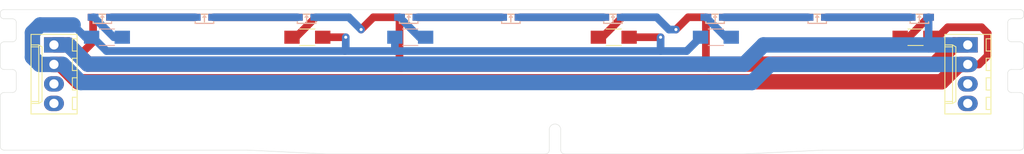
<source format=kicad_pcb>
(kicad_pcb (version 20171130) (host pcbnew "(5.1.6)-1")

  (general
    (thickness 1.2)
    (drawings 50)
    (tracks 100)
    (zones 0)
    (modules 26)
    (nets 21)
  )

  (page A4)
  (layers
    (0 F.Cu signal)
    (31 B.Cu signal)
    (36 B.SilkS user)
    (37 F.SilkS user)
    (38 B.Mask user)
    (39 F.Mask user)
    (44 Edge.Cuts user)
    (45 Margin user)
    (46 B.CrtYd user)
    (47 F.CrtYd user)
    (48 B.Fab user)
    (49 F.Fab user)
  )

  (setup
    (last_trace_width 1)
    (user_trace_width 0.5)
    (user_trace_width 1)
    (user_trace_width 2)
    (trace_clearance 0.2)
    (zone_clearance 0.508)
    (zone_45_only no)
    (trace_min 0.2)
    (via_size 0.8)
    (via_drill 0.4)
    (via_min_size 0.4)
    (via_min_drill 0.3)
    (uvia_size 0.3)
    (uvia_drill 0.1)
    (uvias_allowed no)
    (uvia_min_size 0.2)
    (uvia_min_drill 0.1)
    (edge_width 0.05)
    (segment_width 0.2)
    (pcb_text_width 0.3)
    (pcb_text_size 1.5 1.5)
    (mod_edge_width 0.12)
    (mod_text_size 1 1)
    (mod_text_width 0.15)
    (pad_size 1.524 1.524)
    (pad_drill 0.762)
    (pad_to_mask_clearance 0.05)
    (aux_axis_origin 0 0)
    (visible_elements 7FFFFFFF)
    (pcbplotparams
      (layerselection 0x010f0_ffffffff)
      (usegerberextensions false)
      (usegerberattributes false)
      (usegerberadvancedattributes false)
      (creategerberjobfile false)
      (excludeedgelayer true)
      (linewidth 0.100000)
      (plotframeref false)
      (viasonmask false)
      (mode 1)
      (useauxorigin false)
      (hpglpennumber 1)
      (hpglpenspeed 20)
      (hpglpendiameter 15.000000)
      (psnegative false)
      (psa4output false)
      (plotreference false)
      (plotvalue false)
      (plotinvisibletext false)
      (padsonsilk false)
      (subtractmaskfromsilk false)
      (outputformat 1)
      (mirror false)
      (drillshape 0)
      (scaleselection 1)
      (outputdirectory "gerbers/"))
  )

  (net 0 "")
  (net 1 "Net-(D1-Pad1)")
  (net 2 +12V)
  (net 3 "Net-(D2-Pad1)")
  (net 4 "Net-(D3-Pad1)")
  (net 5 "Net-(D4-Pad1)")
  (net 6 "Net-(D5-Pad1)")
  (net 7 "Net-(D6-Pad1)")
  (net 8 "Net-(D7-Pad1)")
  (net 9 "Net-(D8-Pad1)")
  (net 10 "Net-(D9-Pad1)")
  (net 11 "Net-(D10-Pad1)")
  (net 12 "Net-(D11-Pad1)")
  (net 13 "Net-(D12-Pad1)")
  (net 14 "Net-(D13-Pad1)")
  (net 15 "Net-(D14-Pad1)")
  (net 16 "Net-(D15-Pad1)")
  (net 17 "Net-(D16-Pad1)")
  (net 18 "Net-(D17-Pad1)")
  (net 19 "Net-(D18-Pad1)")
  (net 20 "Net-(J1-Pad2)")

  (net_class Default "This is the default net class."
    (clearance 0.2)
    (trace_width 0.25)
    (via_dia 0.8)
    (via_drill 0.4)
    (uvia_dia 0.3)
    (uvia_drill 0.1)
    (add_net +12V)
    (add_net "Net-(D1-Pad1)")
    (add_net "Net-(D10-Pad1)")
    (add_net "Net-(D11-Pad1)")
    (add_net "Net-(D12-Pad1)")
    (add_net "Net-(D13-Pad1)")
    (add_net "Net-(D14-Pad1)")
    (add_net "Net-(D15-Pad1)")
    (add_net "Net-(D16-Pad1)")
    (add_net "Net-(D17-Pad1)")
    (add_net "Net-(D18-Pad1)")
    (add_net "Net-(D2-Pad1)")
    (add_net "Net-(D3-Pad1)")
    (add_net "Net-(D4-Pad1)")
    (add_net "Net-(D5-Pad1)")
    (add_net "Net-(D6-Pad1)")
    (add_net "Net-(D7-Pad1)")
    (add_net "Net-(D8-Pad1)")
    (add_net "Net-(D9-Pad1)")
    (add_net "Net-(J1-Pad2)")
  )

  (module OVS_2101:OVS_2101 (layer B.Cu) (tedit 5F6637B8) (tstamp 5F3001C3)
    (at 103.3 93.4)
    (path /5F308EE1)
    (fp_text reference D18 (at 3.7 0) (layer B.SilkS) hide
      (effects (font (size 1 1) (thickness 0.15)) (justify mirror))
    )
    (fp_text value LED (at 0.2 -1.4) (layer B.Fab)
      (effects (font (size 1 1) (thickness 0.15)) (justify mirror))
    )
    (fp_line (start 0 -0.2) (end 0.2 0) (layer B.SilkS) (width 0.15))
    (fp_line (start 0 -0.2) (end -0.2 0) (layer B.SilkS) (width 0.15))
    (fp_line (start 0 0.6) (end 0 -0.2) (layer B.SilkS) (width 0.15))
    (fp_line (start -0.4 -0.4) (end 0.4 -0.4) (layer B.SilkS) (width 0.15))
    (fp_line (start 1.2 0.8) (end 1.2 0.6) (layer B.SilkS) (width 0.15))
    (fp_line (start -1.2 0.8) (end 1.2 0.8) (layer B.SilkS) (width 0.15))
    (fp_line (start -1.2 0.8) (end -1.2 0.6) (layer B.SilkS) (width 0.15))
    (fp_line (start 0 -0.2) (end 0.2 0) (layer B.Fab) (width 0.12))
    (fp_line (start 0 -0.2) (end -0.2 0) (layer B.Fab) (width 0.12))
    (fp_line (start 0 0.6) (end 0 -0.2) (layer B.Fab) (width 0.12))
    (fp_line (start -1.2 0.8) (end -1.2 -0.4) (layer B.Fab) (width 0.12))
    (fp_line (start 1.2 0.8) (end -1.2 0.8) (layer B.Fab) (width 0.12))
    (fp_line (start 1.2 -0.4) (end 1.2 0.8) (layer B.Fab) (width 0.12))
    (fp_line (start -1.2 -0.4) (end 1.2 -0.4) (layer B.Fab) (width 0.12))
    (pad 2 smd rect (at 1.2 0) (size 1.4 0.9) (layers B.Cu B.Paste B.Mask)
      (net 18 "Net-(D17-Pad1)"))
    (pad 1 smd rect (at -1.2 0) (size 1.4 0.9) (layers B.Cu B.Paste B.Mask)
      (net 19 "Net-(D18-Pad1)"))
  )

  (module OVS_2101:OVS_2101 (layer B.Cu) (tedit 5F6637B8) (tstamp 5F3001AE)
    (at 116.6 93.4)
    (path /5F308B6C)
    (fp_text reference D17 (at 0.1 1.7) (layer B.SilkS) hide
      (effects (font (size 1 1) (thickness 0.15)) (justify mirror))
    )
    (fp_text value LED (at 0.2 -1.4) (layer B.Fab)
      (effects (font (size 1 1) (thickness 0.15)) (justify mirror))
    )
    (fp_line (start 0 -0.2) (end 0.2 0) (layer B.SilkS) (width 0.15))
    (fp_line (start 0 -0.2) (end -0.2 0) (layer B.SilkS) (width 0.15))
    (fp_line (start 0 0.6) (end 0 -0.2) (layer B.SilkS) (width 0.15))
    (fp_line (start -0.4 -0.4) (end 0.4 -0.4) (layer B.SilkS) (width 0.15))
    (fp_line (start 1.2 0.8) (end 1.2 0.6) (layer B.SilkS) (width 0.15))
    (fp_line (start -1.2 0.8) (end 1.2 0.8) (layer B.SilkS) (width 0.15))
    (fp_line (start -1.2 0.8) (end -1.2 0.6) (layer B.SilkS) (width 0.15))
    (fp_line (start 0 -0.2) (end 0.2 0) (layer B.Fab) (width 0.12))
    (fp_line (start 0 -0.2) (end -0.2 0) (layer B.Fab) (width 0.12))
    (fp_line (start 0 0.6) (end 0 -0.2) (layer B.Fab) (width 0.12))
    (fp_line (start -1.2 0.8) (end -1.2 -0.4) (layer B.Fab) (width 0.12))
    (fp_line (start 1.2 0.8) (end -1.2 0.8) (layer B.Fab) (width 0.12))
    (fp_line (start 1.2 -0.4) (end 1.2 0.8) (layer B.Fab) (width 0.12))
    (fp_line (start -1.2 -0.4) (end 1.2 -0.4) (layer B.Fab) (width 0.12))
    (pad 2 smd rect (at 1.2 0) (size 1.4 0.9) (layers B.Cu B.Paste B.Mask)
      (net 17 "Net-(D16-Pad1)"))
    (pad 1 smd rect (at -1.2 0) (size 1.4 0.9) (layers B.Cu B.Paste B.Mask)
      (net 18 "Net-(D17-Pad1)"))
  )

  (module OVS_2101:OVS_2101 (layer B.Cu) (tedit 5F6637B8) (tstamp 5F300199)
    (at 129.9 93.4)
    (path /5F308691)
    (fp_text reference D16 (at 0.1 1.7) (layer B.SilkS) hide
      (effects (font (size 1 1) (thickness 0.15)) (justify mirror))
    )
    (fp_text value LED (at 0.2 -1.4) (layer B.Fab)
      (effects (font (size 1 1) (thickness 0.15)) (justify mirror))
    )
    (fp_line (start 0 -0.2) (end 0.2 0) (layer B.SilkS) (width 0.15))
    (fp_line (start 0 -0.2) (end -0.2 0) (layer B.SilkS) (width 0.15))
    (fp_line (start 0 0.6) (end 0 -0.2) (layer B.SilkS) (width 0.15))
    (fp_line (start -0.4 -0.4) (end 0.4 -0.4) (layer B.SilkS) (width 0.15))
    (fp_line (start 1.2 0.8) (end 1.2 0.6) (layer B.SilkS) (width 0.15))
    (fp_line (start -1.2 0.8) (end 1.2 0.8) (layer B.SilkS) (width 0.15))
    (fp_line (start -1.2 0.8) (end -1.2 0.6) (layer B.SilkS) (width 0.15))
    (fp_line (start 0 -0.2) (end 0.2 0) (layer B.Fab) (width 0.12))
    (fp_line (start 0 -0.2) (end -0.2 0) (layer B.Fab) (width 0.12))
    (fp_line (start 0 0.6) (end 0 -0.2) (layer B.Fab) (width 0.12))
    (fp_line (start -1.2 0.8) (end -1.2 -0.4) (layer B.Fab) (width 0.12))
    (fp_line (start 1.2 0.8) (end -1.2 0.8) (layer B.Fab) (width 0.12))
    (fp_line (start 1.2 -0.4) (end 1.2 0.8) (layer B.Fab) (width 0.12))
    (fp_line (start -1.2 -0.4) (end 1.2 -0.4) (layer B.Fab) (width 0.12))
    (pad 2 smd rect (at 1.2 0) (size 1.4 0.9) (layers B.Cu B.Paste B.Mask)
      (net 2 +12V))
    (pad 1 smd rect (at -1.2 0) (size 1.4 0.9) (layers B.Cu B.Paste B.Mask)
      (net 17 "Net-(D16-Pad1)"))
  )

  (module OVS_2101:OVS_2101 (layer B.Cu) (tedit 5F6637B8) (tstamp 5F300184)
    (at 143.2 93.4)
    (path /5F308176)
    (fp_text reference D15 (at 0.1 1.7) (layer B.SilkS) hide
      (effects (font (size 1 1) (thickness 0.15)) (justify mirror))
    )
    (fp_text value LED (at 0.2 -1.4) (layer B.Fab)
      (effects (font (size 1 1) (thickness 0.15)) (justify mirror))
    )
    (fp_line (start 0 -0.2) (end 0.2 0) (layer B.SilkS) (width 0.15))
    (fp_line (start 0 -0.2) (end -0.2 0) (layer B.SilkS) (width 0.15))
    (fp_line (start 0 0.6) (end 0 -0.2) (layer B.SilkS) (width 0.15))
    (fp_line (start -0.4 -0.4) (end 0.4 -0.4) (layer B.SilkS) (width 0.15))
    (fp_line (start 1.2 0.8) (end 1.2 0.6) (layer B.SilkS) (width 0.15))
    (fp_line (start -1.2 0.8) (end 1.2 0.8) (layer B.SilkS) (width 0.15))
    (fp_line (start -1.2 0.8) (end -1.2 0.6) (layer B.SilkS) (width 0.15))
    (fp_line (start 0 -0.2) (end 0.2 0) (layer B.Fab) (width 0.12))
    (fp_line (start 0 -0.2) (end -0.2 0) (layer B.Fab) (width 0.12))
    (fp_line (start 0 0.6) (end 0 -0.2) (layer B.Fab) (width 0.12))
    (fp_line (start -1.2 0.8) (end -1.2 -0.4) (layer B.Fab) (width 0.12))
    (fp_line (start 1.2 0.8) (end -1.2 0.8) (layer B.Fab) (width 0.12))
    (fp_line (start 1.2 -0.4) (end 1.2 0.8) (layer B.Fab) (width 0.12))
    (fp_line (start -1.2 -0.4) (end 1.2 -0.4) (layer B.Fab) (width 0.12))
    (pad 2 smd rect (at 1.2 0) (size 1.4 0.9) (layers B.Cu B.Paste B.Mask)
      (net 15 "Net-(D14-Pad1)"))
    (pad 1 smd rect (at -1.2 0) (size 1.4 0.9) (layers B.Cu B.Paste B.Mask)
      (net 16 "Net-(D15-Pad1)"))
  )

  (module OVS_2101:OVS_2101 (layer B.Cu) (tedit 5F6637B8) (tstamp 5F30016F)
    (at 156.5 93.4)
    (path /5F307D49)
    (fp_text reference D14 (at 0.1 1.7) (layer B.SilkS) hide
      (effects (font (size 1 1) (thickness 0.15)) (justify mirror))
    )
    (fp_text value LED (at 0.2 -1.4) (layer B.Fab)
      (effects (font (size 1 1) (thickness 0.15)) (justify mirror))
    )
    (fp_line (start 0 -0.2) (end 0.2 0) (layer B.SilkS) (width 0.15))
    (fp_line (start 0 -0.2) (end -0.2 0) (layer B.SilkS) (width 0.15))
    (fp_line (start 0 0.6) (end 0 -0.2) (layer B.SilkS) (width 0.15))
    (fp_line (start -0.4 -0.4) (end 0.4 -0.4) (layer B.SilkS) (width 0.15))
    (fp_line (start 1.2 0.8) (end 1.2 0.6) (layer B.SilkS) (width 0.15))
    (fp_line (start -1.2 0.8) (end 1.2 0.8) (layer B.SilkS) (width 0.15))
    (fp_line (start -1.2 0.8) (end -1.2 0.6) (layer B.SilkS) (width 0.15))
    (fp_line (start 0 -0.2) (end 0.2 0) (layer B.Fab) (width 0.12))
    (fp_line (start 0 -0.2) (end -0.2 0) (layer B.Fab) (width 0.12))
    (fp_line (start 0 0.6) (end 0 -0.2) (layer B.Fab) (width 0.12))
    (fp_line (start -1.2 0.8) (end -1.2 -0.4) (layer B.Fab) (width 0.12))
    (fp_line (start 1.2 0.8) (end -1.2 0.8) (layer B.Fab) (width 0.12))
    (fp_line (start 1.2 -0.4) (end 1.2 0.8) (layer B.Fab) (width 0.12))
    (fp_line (start -1.2 -0.4) (end 1.2 -0.4) (layer B.Fab) (width 0.12))
    (pad 2 smd rect (at 1.2 0) (size 1.4 0.9) (layers B.Cu B.Paste B.Mask)
      (net 14 "Net-(D13-Pad1)"))
    (pad 1 smd rect (at -1.2 0) (size 1.4 0.9) (layers B.Cu B.Paste B.Mask)
      (net 15 "Net-(D14-Pad1)"))
  )

  (module OVS_2101:OVS_2101 (layer B.Cu) (tedit 5F6637B8) (tstamp 5F30015A)
    (at 169.8 93.4)
    (path /5F30797C)
    (fp_text reference D13 (at 0.1 1.7) (layer B.SilkS) hide
      (effects (font (size 1 1) (thickness 0.15)) (justify mirror))
    )
    (fp_text value LED (at 0.2 -1.4) (layer B.Fab)
      (effects (font (size 1 1) (thickness 0.15)) (justify mirror))
    )
    (fp_line (start 0 -0.2) (end 0.2 0) (layer B.SilkS) (width 0.15))
    (fp_line (start 0 -0.2) (end -0.2 0) (layer B.SilkS) (width 0.15))
    (fp_line (start 0 0.6) (end 0 -0.2) (layer B.SilkS) (width 0.15))
    (fp_line (start -0.4 -0.4) (end 0.4 -0.4) (layer B.SilkS) (width 0.15))
    (fp_line (start 1.2 0.8) (end 1.2 0.6) (layer B.SilkS) (width 0.15))
    (fp_line (start -1.2 0.8) (end 1.2 0.8) (layer B.SilkS) (width 0.15))
    (fp_line (start -1.2 0.8) (end -1.2 0.6) (layer B.SilkS) (width 0.15))
    (fp_line (start 0 -0.2) (end 0.2 0) (layer B.Fab) (width 0.12))
    (fp_line (start 0 -0.2) (end -0.2 0) (layer B.Fab) (width 0.12))
    (fp_line (start 0 0.6) (end 0 -0.2) (layer B.Fab) (width 0.12))
    (fp_line (start -1.2 0.8) (end -1.2 -0.4) (layer B.Fab) (width 0.12))
    (fp_line (start 1.2 0.8) (end -1.2 0.8) (layer B.Fab) (width 0.12))
    (fp_line (start 1.2 -0.4) (end 1.2 0.8) (layer B.Fab) (width 0.12))
    (fp_line (start -1.2 -0.4) (end 1.2 -0.4) (layer B.Fab) (width 0.12))
    (pad 2 smd rect (at 1.2 0) (size 1.4 0.9) (layers B.Cu B.Paste B.Mask)
      (net 2 +12V))
    (pad 1 smd rect (at -1.2 0) (size 1.4 0.9) (layers B.Cu B.Paste B.Mask)
      (net 14 "Net-(D13-Pad1)"))
  )

  (module OVS_2101:OVS_2101 (layer B.Cu) (tedit 5F6637B8) (tstamp 5F300145)
    (at 183.1 93.4)
    (path /5F307677)
    (fp_text reference D12 (at 0.1 1.7) (layer B.SilkS) hide
      (effects (font (size 1 1) (thickness 0.15)) (justify mirror))
    )
    (fp_text value LED (at 0.2 -1.4) (layer B.Fab)
      (effects (font (size 1 1) (thickness 0.15)) (justify mirror))
    )
    (fp_line (start 0 -0.2) (end 0.2 0) (layer B.SilkS) (width 0.15))
    (fp_line (start 0 -0.2) (end -0.2 0) (layer B.SilkS) (width 0.15))
    (fp_line (start 0 0.6) (end 0 -0.2) (layer B.SilkS) (width 0.15))
    (fp_line (start -0.4 -0.4) (end 0.4 -0.4) (layer B.SilkS) (width 0.15))
    (fp_line (start 1.2 0.8) (end 1.2 0.6) (layer B.SilkS) (width 0.15))
    (fp_line (start -1.2 0.8) (end 1.2 0.8) (layer B.SilkS) (width 0.15))
    (fp_line (start -1.2 0.8) (end -1.2 0.6) (layer B.SilkS) (width 0.15))
    (fp_line (start 0 -0.2) (end 0.2 0) (layer B.Fab) (width 0.12))
    (fp_line (start 0 -0.2) (end -0.2 0) (layer B.Fab) (width 0.12))
    (fp_line (start 0 0.6) (end 0 -0.2) (layer B.Fab) (width 0.12))
    (fp_line (start -1.2 0.8) (end -1.2 -0.4) (layer B.Fab) (width 0.12))
    (fp_line (start 1.2 0.8) (end -1.2 0.8) (layer B.Fab) (width 0.12))
    (fp_line (start 1.2 -0.4) (end 1.2 0.8) (layer B.Fab) (width 0.12))
    (fp_line (start -1.2 -0.4) (end 1.2 -0.4) (layer B.Fab) (width 0.12))
    (pad 2 smd rect (at 1.2 0) (size 1.4 0.9) (layers B.Cu B.Paste B.Mask)
      (net 12 "Net-(D11-Pad1)"))
    (pad 1 smd rect (at -1.2 0) (size 1.4 0.9) (layers B.Cu B.Paste B.Mask)
      (net 13 "Net-(D12-Pad1)"))
  )

  (module OVS_2101:OVS_2101 (layer B.Cu) (tedit 5F6637B8) (tstamp 5F300130)
    (at 196.4 93.4)
    (path /5F307429)
    (fp_text reference D11 (at 0.1 1.7) (layer B.SilkS) hide
      (effects (font (size 1 1) (thickness 0.15)) (justify mirror))
    )
    (fp_text value LED (at 0.2 -1.4) (layer B.Fab)
      (effects (font (size 1 1) (thickness 0.15)) (justify mirror))
    )
    (fp_line (start 0 -0.2) (end 0.2 0) (layer B.SilkS) (width 0.15))
    (fp_line (start 0 -0.2) (end -0.2 0) (layer B.SilkS) (width 0.15))
    (fp_line (start 0 0.6) (end 0 -0.2) (layer B.SilkS) (width 0.15))
    (fp_line (start -0.4 -0.4) (end 0.4 -0.4) (layer B.SilkS) (width 0.15))
    (fp_line (start 1.2 0.8) (end 1.2 0.6) (layer B.SilkS) (width 0.15))
    (fp_line (start -1.2 0.8) (end 1.2 0.8) (layer B.SilkS) (width 0.15))
    (fp_line (start -1.2 0.8) (end -1.2 0.6) (layer B.SilkS) (width 0.15))
    (fp_line (start 0 -0.2) (end 0.2 0) (layer B.Fab) (width 0.12))
    (fp_line (start 0 -0.2) (end -0.2 0) (layer B.Fab) (width 0.12))
    (fp_line (start 0 0.6) (end 0 -0.2) (layer B.Fab) (width 0.12))
    (fp_line (start -1.2 0.8) (end -1.2 -0.4) (layer B.Fab) (width 0.12))
    (fp_line (start 1.2 0.8) (end -1.2 0.8) (layer B.Fab) (width 0.12))
    (fp_line (start 1.2 -0.4) (end 1.2 0.8) (layer B.Fab) (width 0.12))
    (fp_line (start -1.2 -0.4) (end 1.2 -0.4) (layer B.Fab) (width 0.12))
    (pad 2 smd rect (at 1.2 0) (size 1.4 0.9) (layers B.Cu B.Paste B.Mask)
      (net 11 "Net-(D10-Pad1)"))
    (pad 1 smd rect (at -1.2 0) (size 1.4 0.9) (layers B.Cu B.Paste B.Mask)
      (net 12 "Net-(D11-Pad1)"))
  )

  (module OVS_2101:OVS_2101 (layer B.Cu) (tedit 5F6637B8) (tstamp 5F30011B)
    (at 209.7 93.4)
    (path /5F30703F)
    (fp_text reference D10 (at 0.1 1.7) (layer B.SilkS) hide
      (effects (font (size 1 1) (thickness 0.15)) (justify mirror))
    )
    (fp_text value LED (at 0.2 -1.4) (layer B.Fab)
      (effects (font (size 1 1) (thickness 0.15)) (justify mirror))
    )
    (fp_line (start 0 -0.2) (end 0.2 0) (layer B.SilkS) (width 0.15))
    (fp_line (start 0 -0.2) (end -0.2 0) (layer B.SilkS) (width 0.15))
    (fp_line (start 0 0.6) (end 0 -0.2) (layer B.SilkS) (width 0.15))
    (fp_line (start -0.4 -0.4) (end 0.4 -0.4) (layer B.SilkS) (width 0.15))
    (fp_line (start 1.2 0.8) (end 1.2 0.6) (layer B.SilkS) (width 0.15))
    (fp_line (start -1.2 0.8) (end 1.2 0.8) (layer B.SilkS) (width 0.15))
    (fp_line (start -1.2 0.8) (end -1.2 0.6) (layer B.SilkS) (width 0.15))
    (fp_line (start 0 -0.2) (end 0.2 0) (layer B.Fab) (width 0.12))
    (fp_line (start 0 -0.2) (end -0.2 0) (layer B.Fab) (width 0.12))
    (fp_line (start 0 0.6) (end 0 -0.2) (layer B.Fab) (width 0.12))
    (fp_line (start -1.2 0.8) (end -1.2 -0.4) (layer B.Fab) (width 0.12))
    (fp_line (start 1.2 0.8) (end -1.2 0.8) (layer B.Fab) (width 0.12))
    (fp_line (start 1.2 -0.4) (end 1.2 0.8) (layer B.Fab) (width 0.12))
    (fp_line (start -1.2 -0.4) (end 1.2 -0.4) (layer B.Fab) (width 0.12))
    (pad 2 smd rect (at 1.2 0) (size 1.4 0.9) (layers B.Cu B.Paste B.Mask)
      (net 2 +12V))
    (pad 1 smd rect (at -1.2 0) (size 1.4 0.9) (layers B.Cu B.Paste B.Mask)
      (net 11 "Net-(D10-Pad1)"))
  )

  (module OVS_2101:OVS_2101 (layer F.Cu) (tedit 5F6637B8) (tstamp 5F300106)
    (at 209.7 93.4 180)
    (path /5F306D21)
    (fp_text reference D9 (at 0.1 -1.7) (layer F.SilkS) hide
      (effects (font (size 1 1) (thickness 0.15)))
    )
    (fp_text value LED (at 0.2 1.4) (layer F.Fab)
      (effects (font (size 1 1) (thickness 0.15)))
    )
    (fp_line (start 0 0.2) (end 0.2 0) (layer F.SilkS) (width 0.15))
    (fp_line (start 0 0.2) (end -0.2 0) (layer F.SilkS) (width 0.15))
    (fp_line (start 0 -0.6) (end 0 0.2) (layer F.SilkS) (width 0.15))
    (fp_line (start -0.4 0.4) (end 0.4 0.4) (layer F.SilkS) (width 0.15))
    (fp_line (start 1.2 -0.8) (end 1.2 -0.6) (layer F.SilkS) (width 0.15))
    (fp_line (start -1.2 -0.8) (end 1.2 -0.8) (layer F.SilkS) (width 0.15))
    (fp_line (start -1.2 -0.8) (end -1.2 -0.6) (layer F.SilkS) (width 0.15))
    (fp_line (start 0 0.2) (end 0.2 0) (layer F.Fab) (width 0.12))
    (fp_line (start 0 0.2) (end -0.2 0) (layer F.Fab) (width 0.12))
    (fp_line (start 0 -0.6) (end 0 0.2) (layer F.Fab) (width 0.12))
    (fp_line (start -1.2 -0.8) (end -1.2 0.4) (layer F.Fab) (width 0.12))
    (fp_line (start 1.2 -0.8) (end -1.2 -0.8) (layer F.Fab) (width 0.12))
    (fp_line (start 1.2 0.4) (end 1.2 -0.8) (layer F.Fab) (width 0.12))
    (fp_line (start -1.2 0.4) (end 1.2 0.4) (layer F.Fab) (width 0.12))
    (pad 2 smd rect (at 1.2 0 180) (size 1.4 0.9) (layers F.Cu F.Paste F.Mask)
      (net 9 "Net-(D8-Pad1)"))
    (pad 1 smd rect (at -1.2 0 180) (size 1.4 0.9) (layers F.Cu F.Paste F.Mask)
      (net 10 "Net-(D9-Pad1)"))
  )

  (module OVS_2101:OVS_2101 (layer F.Cu) (tedit 5F6637B8) (tstamp 5F3000F1)
    (at 196.4 93.4 180)
    (path /5F306946)
    (fp_text reference D8 (at 0.1 -1.7) (layer F.SilkS) hide
      (effects (font (size 1 1) (thickness 0.15)))
    )
    (fp_text value LED (at 0.2 1.4) (layer F.Fab)
      (effects (font (size 1 1) (thickness 0.15)))
    )
    (fp_line (start 0 0.2) (end 0.2 0) (layer F.SilkS) (width 0.15))
    (fp_line (start 0 0.2) (end -0.2 0) (layer F.SilkS) (width 0.15))
    (fp_line (start 0 -0.6) (end 0 0.2) (layer F.SilkS) (width 0.15))
    (fp_line (start -0.4 0.4) (end 0.4 0.4) (layer F.SilkS) (width 0.15))
    (fp_line (start 1.2 -0.8) (end 1.2 -0.6) (layer F.SilkS) (width 0.15))
    (fp_line (start -1.2 -0.8) (end 1.2 -0.8) (layer F.SilkS) (width 0.15))
    (fp_line (start -1.2 -0.8) (end -1.2 -0.6) (layer F.SilkS) (width 0.15))
    (fp_line (start 0 0.2) (end 0.2 0) (layer F.Fab) (width 0.12))
    (fp_line (start 0 0.2) (end -0.2 0) (layer F.Fab) (width 0.12))
    (fp_line (start 0 -0.6) (end 0 0.2) (layer F.Fab) (width 0.12))
    (fp_line (start -1.2 -0.8) (end -1.2 0.4) (layer F.Fab) (width 0.12))
    (fp_line (start 1.2 -0.8) (end -1.2 -0.8) (layer F.Fab) (width 0.12))
    (fp_line (start 1.2 0.4) (end 1.2 -0.8) (layer F.Fab) (width 0.12))
    (fp_line (start -1.2 0.4) (end 1.2 0.4) (layer F.Fab) (width 0.12))
    (pad 2 smd rect (at 1.2 0 180) (size 1.4 0.9) (layers F.Cu F.Paste F.Mask)
      (net 8 "Net-(D7-Pad1)"))
    (pad 1 smd rect (at -1.2 0 180) (size 1.4 0.9) (layers F.Cu F.Paste F.Mask)
      (net 9 "Net-(D8-Pad1)"))
  )

  (module OVS_2101:OVS_2101 (layer F.Cu) (tedit 5F6637B8) (tstamp 5F3000DC)
    (at 183.1 93.4 180)
    (path /5F3064D1)
    (fp_text reference D7 (at 0.1 -1.7) (layer F.SilkS) hide
      (effects (font (size 1 1) (thickness 0.15)))
    )
    (fp_text value LED (at 0.2 1.4) (layer F.Fab)
      (effects (font (size 1 1) (thickness 0.15)))
    )
    (fp_line (start 0 0.2) (end 0.2 0) (layer F.SilkS) (width 0.15))
    (fp_line (start 0 0.2) (end -0.2 0) (layer F.SilkS) (width 0.15))
    (fp_line (start 0 -0.6) (end 0 0.2) (layer F.SilkS) (width 0.15))
    (fp_line (start -0.4 0.4) (end 0.4 0.4) (layer F.SilkS) (width 0.15))
    (fp_line (start 1.2 -0.8) (end 1.2 -0.6) (layer F.SilkS) (width 0.15))
    (fp_line (start -1.2 -0.8) (end 1.2 -0.8) (layer F.SilkS) (width 0.15))
    (fp_line (start -1.2 -0.8) (end -1.2 -0.6) (layer F.SilkS) (width 0.15))
    (fp_line (start 0 0.2) (end 0.2 0) (layer F.Fab) (width 0.12))
    (fp_line (start 0 0.2) (end -0.2 0) (layer F.Fab) (width 0.12))
    (fp_line (start 0 -0.6) (end 0 0.2) (layer F.Fab) (width 0.12))
    (fp_line (start -1.2 -0.8) (end -1.2 0.4) (layer F.Fab) (width 0.12))
    (fp_line (start 1.2 -0.8) (end -1.2 -0.8) (layer F.Fab) (width 0.12))
    (fp_line (start 1.2 0.4) (end 1.2 -0.8) (layer F.Fab) (width 0.12))
    (fp_line (start -1.2 0.4) (end 1.2 0.4) (layer F.Fab) (width 0.12))
    (pad 2 smd rect (at 1.2 0 180) (size 1.4 0.9) (layers F.Cu F.Paste F.Mask)
      (net 2 +12V))
    (pad 1 smd rect (at -1.2 0 180) (size 1.4 0.9) (layers F.Cu F.Paste F.Mask)
      (net 8 "Net-(D7-Pad1)"))
  )

  (module OVS_2101:OVS_2101 (layer F.Cu) (tedit 5F6637B8) (tstamp 5F3000C7)
    (at 169.8 93.4 180)
    (path /5F30609A)
    (fp_text reference D6 (at 0.1 -1.7) (layer F.SilkS) hide
      (effects (font (size 1 1) (thickness 0.15)))
    )
    (fp_text value LED (at 0.2 1.4) (layer F.Fab)
      (effects (font (size 1 1) (thickness 0.15)))
    )
    (fp_line (start 0 0.2) (end 0.2 0) (layer F.SilkS) (width 0.15))
    (fp_line (start 0 0.2) (end -0.2 0) (layer F.SilkS) (width 0.15))
    (fp_line (start 0 -0.6) (end 0 0.2) (layer F.SilkS) (width 0.15))
    (fp_line (start -0.4 0.4) (end 0.4 0.4) (layer F.SilkS) (width 0.15))
    (fp_line (start 1.2 -0.8) (end 1.2 -0.6) (layer F.SilkS) (width 0.15))
    (fp_line (start -1.2 -0.8) (end 1.2 -0.8) (layer F.SilkS) (width 0.15))
    (fp_line (start -1.2 -0.8) (end -1.2 -0.6) (layer F.SilkS) (width 0.15))
    (fp_line (start 0 0.2) (end 0.2 0) (layer F.Fab) (width 0.12))
    (fp_line (start 0 0.2) (end -0.2 0) (layer F.Fab) (width 0.12))
    (fp_line (start 0 -0.6) (end 0 0.2) (layer F.Fab) (width 0.12))
    (fp_line (start -1.2 -0.8) (end -1.2 0.4) (layer F.Fab) (width 0.12))
    (fp_line (start 1.2 -0.8) (end -1.2 -0.8) (layer F.Fab) (width 0.12))
    (fp_line (start 1.2 0.4) (end 1.2 -0.8) (layer F.Fab) (width 0.12))
    (fp_line (start -1.2 0.4) (end 1.2 0.4) (layer F.Fab) (width 0.12))
    (pad 2 smd rect (at 1.2 0 180) (size 1.4 0.9) (layers F.Cu F.Paste F.Mask)
      (net 6 "Net-(D5-Pad1)"))
    (pad 1 smd rect (at -1.2 0 180) (size 1.4 0.9) (layers F.Cu F.Paste F.Mask)
      (net 7 "Net-(D6-Pad1)"))
  )

  (module OVS_2101:OVS_2101 (layer F.Cu) (tedit 5F6637B8) (tstamp 5F3000B2)
    (at 156.5 93.4 180)
    (path /5F305D05)
    (fp_text reference D5 (at 0.1 -1.7) (layer F.SilkS) hide
      (effects (font (size 1 1) (thickness 0.15)))
    )
    (fp_text value LED (at 0.2 1.4) (layer F.Fab)
      (effects (font (size 1 1) (thickness 0.15)))
    )
    (fp_line (start 0 0.2) (end 0.2 0) (layer F.SilkS) (width 0.15))
    (fp_line (start 0 0.2) (end -0.2 0) (layer F.SilkS) (width 0.15))
    (fp_line (start 0 -0.6) (end 0 0.2) (layer F.SilkS) (width 0.15))
    (fp_line (start -0.4 0.4) (end 0.4 0.4) (layer F.SilkS) (width 0.15))
    (fp_line (start 1.2 -0.8) (end 1.2 -0.6) (layer F.SilkS) (width 0.15))
    (fp_line (start -1.2 -0.8) (end 1.2 -0.8) (layer F.SilkS) (width 0.15))
    (fp_line (start -1.2 -0.8) (end -1.2 -0.6) (layer F.SilkS) (width 0.15))
    (fp_line (start 0 0.2) (end 0.2 0) (layer F.Fab) (width 0.12))
    (fp_line (start 0 0.2) (end -0.2 0) (layer F.Fab) (width 0.12))
    (fp_line (start 0 -0.6) (end 0 0.2) (layer F.Fab) (width 0.12))
    (fp_line (start -1.2 -0.8) (end -1.2 0.4) (layer F.Fab) (width 0.12))
    (fp_line (start 1.2 -0.8) (end -1.2 -0.8) (layer F.Fab) (width 0.12))
    (fp_line (start 1.2 0.4) (end 1.2 -0.8) (layer F.Fab) (width 0.12))
    (fp_line (start -1.2 0.4) (end 1.2 0.4) (layer F.Fab) (width 0.12))
    (pad 2 smd rect (at 1.2 0 180) (size 1.4 0.9) (layers F.Cu F.Paste F.Mask)
      (net 5 "Net-(D4-Pad1)"))
    (pad 1 smd rect (at -1.2 0 180) (size 1.4 0.9) (layers F.Cu F.Paste F.Mask)
      (net 6 "Net-(D5-Pad1)"))
  )

  (module OVS_2101:OVS_2101 (layer F.Cu) (tedit 5F6637B8) (tstamp 5F30009D)
    (at 143.2 93.4 180)
    (path /5F305864)
    (fp_text reference D4 (at 0.1 -1.7) (layer F.SilkS) hide
      (effects (font (size 1 1) (thickness 0.15)))
    )
    (fp_text value LED (at 0.2 1.4) (layer F.Fab)
      (effects (font (size 1 1) (thickness 0.15)))
    )
    (fp_line (start 0 0.2) (end 0.2 0) (layer F.SilkS) (width 0.15))
    (fp_line (start 0 0.2) (end -0.2 0) (layer F.SilkS) (width 0.15))
    (fp_line (start 0 -0.6) (end 0 0.2) (layer F.SilkS) (width 0.15))
    (fp_line (start -0.4 0.4) (end 0.4 0.4) (layer F.SilkS) (width 0.15))
    (fp_line (start 1.2 -0.8) (end 1.2 -0.6) (layer F.SilkS) (width 0.15))
    (fp_line (start -1.2 -0.8) (end 1.2 -0.8) (layer F.SilkS) (width 0.15))
    (fp_line (start -1.2 -0.8) (end -1.2 -0.6) (layer F.SilkS) (width 0.15))
    (fp_line (start 0 0.2) (end 0.2 0) (layer F.Fab) (width 0.12))
    (fp_line (start 0 0.2) (end -0.2 0) (layer F.Fab) (width 0.12))
    (fp_line (start 0 -0.6) (end 0 0.2) (layer F.Fab) (width 0.12))
    (fp_line (start -1.2 -0.8) (end -1.2 0.4) (layer F.Fab) (width 0.12))
    (fp_line (start 1.2 -0.8) (end -1.2 -0.8) (layer F.Fab) (width 0.12))
    (fp_line (start 1.2 0.4) (end 1.2 -0.8) (layer F.Fab) (width 0.12))
    (fp_line (start -1.2 0.4) (end 1.2 0.4) (layer F.Fab) (width 0.12))
    (pad 2 smd rect (at 1.2 0 180) (size 1.4 0.9) (layers F.Cu F.Paste F.Mask)
      (net 2 +12V))
    (pad 1 smd rect (at -1.2 0 180) (size 1.4 0.9) (layers F.Cu F.Paste F.Mask)
      (net 5 "Net-(D4-Pad1)"))
  )

  (module OVS_2101:OVS_2101 (layer F.Cu) (tedit 5F6637B8) (tstamp 5F300088)
    (at 129.9 93.4 180)
    (path /5F305272)
    (fp_text reference D3 (at 0.1 -1.7) (layer F.SilkS) hide
      (effects (font (size 1 1) (thickness 0.15)))
    )
    (fp_text value LED (at 0.2 1.4) (layer F.Fab)
      (effects (font (size 1 1) (thickness 0.15)))
    )
    (fp_line (start 0 0.2) (end 0.2 0) (layer F.SilkS) (width 0.15))
    (fp_line (start 0 0.2) (end -0.2 0) (layer F.SilkS) (width 0.15))
    (fp_line (start 0 -0.6) (end 0 0.2) (layer F.SilkS) (width 0.15))
    (fp_line (start -0.4 0.4) (end 0.4 0.4) (layer F.SilkS) (width 0.15))
    (fp_line (start 1.2 -0.8) (end 1.2 -0.6) (layer F.SilkS) (width 0.15))
    (fp_line (start -1.2 -0.8) (end 1.2 -0.8) (layer F.SilkS) (width 0.15))
    (fp_line (start -1.2 -0.8) (end -1.2 -0.6) (layer F.SilkS) (width 0.15))
    (fp_line (start 0 0.2) (end 0.2 0) (layer F.Fab) (width 0.12))
    (fp_line (start 0 0.2) (end -0.2 0) (layer F.Fab) (width 0.12))
    (fp_line (start 0 -0.6) (end 0 0.2) (layer F.Fab) (width 0.12))
    (fp_line (start -1.2 -0.8) (end -1.2 0.4) (layer F.Fab) (width 0.12))
    (fp_line (start 1.2 -0.8) (end -1.2 -0.8) (layer F.Fab) (width 0.12))
    (fp_line (start 1.2 0.4) (end 1.2 -0.8) (layer F.Fab) (width 0.12))
    (fp_line (start -1.2 0.4) (end 1.2 0.4) (layer F.Fab) (width 0.12))
    (pad 2 smd rect (at 1.2 0 180) (size 1.4 0.9) (layers F.Cu F.Paste F.Mask)
      (net 3 "Net-(D2-Pad1)"))
    (pad 1 smd rect (at -1.2 0 180) (size 1.4 0.9) (layers F.Cu F.Paste F.Mask)
      (net 4 "Net-(D3-Pad1)"))
  )

  (module OVS_2101:OVS_2101 (layer F.Cu) (tedit 5F6637B8) (tstamp 5F300073)
    (at 116.6 93.4 180)
    (path /5F304627)
    (fp_text reference D2 (at 0.1 -1.7) (layer F.SilkS) hide
      (effects (font (size 1 1) (thickness 0.15)))
    )
    (fp_text value LED (at 0.2 1.4) (layer F.Fab)
      (effects (font (size 1 1) (thickness 0.15)))
    )
    (fp_line (start 0 0.2) (end 0.2 0) (layer F.SilkS) (width 0.15))
    (fp_line (start 0 0.2) (end -0.2 0) (layer F.SilkS) (width 0.15))
    (fp_line (start 0 -0.6) (end 0 0.2) (layer F.SilkS) (width 0.15))
    (fp_line (start -0.4 0.4) (end 0.4 0.4) (layer F.SilkS) (width 0.15))
    (fp_line (start 1.2 -0.8) (end 1.2 -0.6) (layer F.SilkS) (width 0.15))
    (fp_line (start -1.2 -0.8) (end 1.2 -0.8) (layer F.SilkS) (width 0.15))
    (fp_line (start -1.2 -0.8) (end -1.2 -0.6) (layer F.SilkS) (width 0.15))
    (fp_line (start 0 0.2) (end 0.2 0) (layer F.Fab) (width 0.12))
    (fp_line (start 0 0.2) (end -0.2 0) (layer F.Fab) (width 0.12))
    (fp_line (start 0 -0.6) (end 0 0.2) (layer F.Fab) (width 0.12))
    (fp_line (start -1.2 -0.8) (end -1.2 0.4) (layer F.Fab) (width 0.12))
    (fp_line (start 1.2 -0.8) (end -1.2 -0.8) (layer F.Fab) (width 0.12))
    (fp_line (start 1.2 0.4) (end 1.2 -0.8) (layer F.Fab) (width 0.12))
    (fp_line (start -1.2 0.4) (end 1.2 0.4) (layer F.Fab) (width 0.12))
    (pad 2 smd rect (at 1.2 0 180) (size 1.4 0.9) (layers F.Cu F.Paste F.Mask)
      (net 1 "Net-(D1-Pad1)"))
    (pad 1 smd rect (at -1.2 0 180) (size 1.4 0.9) (layers F.Cu F.Paste F.Mask)
      (net 3 "Net-(D2-Pad1)"))
  )

  (module OVS_2101:OVS_2101 (layer F.Cu) (tedit 5F6637B8) (tstamp 5F30005E)
    (at 103.3 93.4 180)
    (path /5F30326D)
    (fp_text reference D1 (at 0.1 -1.7) (layer F.SilkS) hide
      (effects (font (size 1 1) (thickness 0.15)))
    )
    (fp_text value LED (at 0.2 1.4) (layer F.Fab)
      (effects (font (size 1 1) (thickness 0.15)))
    )
    (fp_line (start 0 0.2) (end 0.2 0) (layer F.SilkS) (width 0.15))
    (fp_line (start 0 0.2) (end -0.2 0) (layer F.SilkS) (width 0.15))
    (fp_line (start 0 -0.6) (end 0 0.2) (layer F.SilkS) (width 0.15))
    (fp_line (start -0.4 0.4) (end 0.4 0.4) (layer F.SilkS) (width 0.15))
    (fp_line (start 1.2 -0.8) (end 1.2 -0.6) (layer F.SilkS) (width 0.15))
    (fp_line (start -1.2 -0.8) (end 1.2 -0.8) (layer F.SilkS) (width 0.15))
    (fp_line (start -1.2 -0.8) (end -1.2 -0.6) (layer F.SilkS) (width 0.15))
    (fp_line (start 0 0.2) (end 0.2 0) (layer F.Fab) (width 0.12))
    (fp_line (start 0 0.2) (end -0.2 0) (layer F.Fab) (width 0.12))
    (fp_line (start 0 -0.6) (end 0 0.2) (layer F.Fab) (width 0.12))
    (fp_line (start -1.2 -0.8) (end -1.2 0.4) (layer F.Fab) (width 0.12))
    (fp_line (start 1.2 -0.8) (end -1.2 -0.8) (layer F.Fab) (width 0.12))
    (fp_line (start 1.2 0.4) (end 1.2 -0.8) (layer F.Fab) (width 0.12))
    (fp_line (start -1.2 0.4) (end 1.2 0.4) (layer F.Fab) (width 0.12))
    (pad 2 smd rect (at 1.2 0 180) (size 1.4 0.9) (layers F.Cu F.Paste F.Mask)
      (net 2 +12V))
    (pad 1 smd rect (at -1.2 0 180) (size 1.4 0.9) (layers F.Cu F.Paste F.Mask)
      (net 1 "Net-(D1-Pad1)"))
  )

  (module Connectors_Molex:Molex_KK-6410-04_04x2.54mm_Straight (layer F.Cu) (tedit 58EE6EE8) (tstamp 5F300215)
    (at 216 97 270)
    (descr "Connector Headers with Friction Lock, 22-27-2041, http://www.molex.com/pdm_docs/sd/022272021_sd.pdf")
    (tags "connector molex kk_6410 22-27-2041")
    (path /5F2FFB3A)
    (fp_text reference J2 (at 1 -4.5 90) (layer F.SilkS) hide
      (effects (font (size 1 1) (thickness 0.15)))
    )
    (fp_text value RGB_THRU (at 3.81 4.5 90) (layer F.Fab)
      (effects (font (size 1 1) (thickness 0.15)))
    )
    (fp_line (start 9.5 3.5) (end -1.9 3.5) (layer F.CrtYd) (width 0.05))
    (fp_line (start 9.5 -3.55) (end 9.5 3.5) (layer F.CrtYd) (width 0.05))
    (fp_line (start -1.9 -3.55) (end 9.5 -3.55) (layer F.CrtYd) (width 0.05))
    (fp_line (start -1.9 3.5) (end -1.9 -3.55) (layer F.CrtYd) (width 0.05))
    (fp_line (start 8.42 -2.4) (end 8.42 -3.02) (layer F.SilkS) (width 0.12))
    (fp_line (start 6.82 -2.4) (end 8.42 -2.4) (layer F.SilkS) (width 0.12))
    (fp_line (start 6.82 -3.02) (end 6.82 -2.4) (layer F.SilkS) (width 0.12))
    (fp_line (start 5.88 -2.4) (end 5.88 -3.02) (layer F.SilkS) (width 0.12))
    (fp_line (start 4.28 -2.4) (end 5.88 -2.4) (layer F.SilkS) (width 0.12))
    (fp_line (start 4.28 -3.02) (end 4.28 -2.4) (layer F.SilkS) (width 0.12))
    (fp_line (start 3.34 -2.4) (end 3.34 -3.02) (layer F.SilkS) (width 0.12))
    (fp_line (start 1.74 -2.4) (end 3.34 -2.4) (layer F.SilkS) (width 0.12))
    (fp_line (start 1.74 -3.02) (end 1.74 -2.4) (layer F.SilkS) (width 0.12))
    (fp_line (start 0.8 -2.4) (end 0.8 -3.02) (layer F.SilkS) (width 0.12))
    (fp_line (start -0.8 -2.4) (end 0.8 -2.4) (layer F.SilkS) (width 0.12))
    (fp_line (start -0.8 -3.02) (end -0.8 -2.4) (layer F.SilkS) (width 0.12))
    (fp_line (start 7.37 2.98) (end 7.37 1.98) (layer F.SilkS) (width 0.12))
    (fp_line (start 0.25 2.98) (end 0.25 1.98) (layer F.SilkS) (width 0.12))
    (fp_line (start 7.37 1.55) (end 7.62 1.98) (layer F.SilkS) (width 0.12))
    (fp_line (start 0.25 1.55) (end 7.37 1.55) (layer F.SilkS) (width 0.12))
    (fp_line (start 0 1.98) (end 0.25 1.55) (layer F.SilkS) (width 0.12))
    (fp_line (start 7.62 1.98) (end 7.62 2.98) (layer F.SilkS) (width 0.12))
    (fp_line (start 0 1.98) (end 7.62 1.98) (layer F.SilkS) (width 0.12))
    (fp_line (start 0 2.98) (end 0 1.98) (layer F.SilkS) (width 0.12))
    (fp_line (start 8.99 -3.02) (end -1.37 -3.02) (layer F.SilkS) (width 0.12))
    (fp_line (start 8.99 2.98) (end 8.99 -3.02) (layer F.SilkS) (width 0.12))
    (fp_line (start -1.37 2.98) (end 8.99 2.98) (layer F.SilkS) (width 0.12))
    (fp_line (start -1.37 -3.02) (end -1.37 2.98) (layer F.SilkS) (width 0.12))
    (fp_line (start 9.09 -3.12) (end -1.47 -3.12) (layer F.Fab) (width 0.12))
    (fp_line (start 9.09 3.08) (end 9.09 -3.12) (layer F.Fab) (width 0.12))
    (fp_line (start -1.47 3.08) (end 9.09 3.08) (layer F.Fab) (width 0.12))
    (fp_line (start -1.47 -3.12) (end -1.47 3.08) (layer F.Fab) (width 0.12))
    (fp_text user %R (at 3.81 0 90) (layer F.Fab)
      (effects (font (size 1 1) (thickness 0.15)))
    )
    (pad 1 thru_hole rect (at 0 0 270) (size 2 2.6) (drill 1.2) (layers *.Cu *.Mask)
      (net 2 +12V))
    (pad 2 thru_hole oval (at 2.54 0 270) (size 2 2.6) (drill 1.2) (layers *.Cu *.Mask)
      (net 20 "Net-(J1-Pad2)"))
    (pad 3 thru_hole oval (at 5.08 0 270) (size 2 2.6) (drill 1.2) (layers *.Cu *.Mask))
    (pad 4 thru_hole oval (at 7.62 0 270) (size 2 2.6) (drill 1.2) (layers *.Cu *.Mask))
    (model ${KISYS3DMOD}/Connectors_Molex.3dshapes/Molex_KK-6410-04_04x2.54mm_Straight.wrl
      (at (xyz 0 0 0))
      (scale (xyz 1 1 1))
      (rotate (xyz 0 0 0))
    )
  )

  (module Connectors_Molex:Molex_KK-6410-04_04x2.54mm_Straight (layer F.Cu) (tedit 58EE6EE8) (tstamp 5F65FC2D)
    (at 97 97 270)
    (descr "Connector Headers with Friction Lock, 22-27-2041, http://www.molex.com/pdm_docs/sd/022272021_sd.pdf")
    (tags "connector molex kk_6410 22-27-2041")
    (path /5F3009F5)
    (fp_text reference J1 (at 1 -4.5 90) (layer F.SilkS) hide
      (effects (font (size 1 1) (thickness 0.15)))
    )
    (fp_text value RGB_IN (at 3.81 4.5 90) (layer F.Fab)
      (effects (font (size 1 1) (thickness 0.15)))
    )
    (fp_line (start 9.5 3.5) (end -1.9 3.5) (layer F.CrtYd) (width 0.05))
    (fp_line (start 9.5 -3.55) (end 9.5 3.5) (layer F.CrtYd) (width 0.05))
    (fp_line (start -1.9 -3.55) (end 9.5 -3.55) (layer F.CrtYd) (width 0.05))
    (fp_line (start -1.9 3.5) (end -1.9 -3.55) (layer F.CrtYd) (width 0.05))
    (fp_line (start 8.42 -2.4) (end 8.42 -3.02) (layer F.SilkS) (width 0.12))
    (fp_line (start 6.82 -2.4) (end 8.42 -2.4) (layer F.SilkS) (width 0.12))
    (fp_line (start 6.82 -3.02) (end 6.82 -2.4) (layer F.SilkS) (width 0.12))
    (fp_line (start 5.88 -2.4) (end 5.88 -3.02) (layer F.SilkS) (width 0.12))
    (fp_line (start 4.28 -2.4) (end 5.88 -2.4) (layer F.SilkS) (width 0.12))
    (fp_line (start 4.28 -3.02) (end 4.28 -2.4) (layer F.SilkS) (width 0.12))
    (fp_line (start 3.34 -2.4) (end 3.34 -3.02) (layer F.SilkS) (width 0.12))
    (fp_line (start 1.74 -2.4) (end 3.34 -2.4) (layer F.SilkS) (width 0.12))
    (fp_line (start 1.74 -3.02) (end 1.74 -2.4) (layer F.SilkS) (width 0.12))
    (fp_line (start 0.8 -2.4) (end 0.8 -3.02) (layer F.SilkS) (width 0.12))
    (fp_line (start -0.8 -2.4) (end 0.8 -2.4) (layer F.SilkS) (width 0.12))
    (fp_line (start -0.8 -3.02) (end -0.8 -2.4) (layer F.SilkS) (width 0.12))
    (fp_line (start 7.37 2.98) (end 7.37 1.98) (layer F.SilkS) (width 0.12))
    (fp_line (start 0.25 2.98) (end 0.25 1.98) (layer F.SilkS) (width 0.12))
    (fp_line (start 7.37 1.55) (end 7.62 1.98) (layer F.SilkS) (width 0.12))
    (fp_line (start 0.25 1.55) (end 7.37 1.55) (layer F.SilkS) (width 0.12))
    (fp_line (start 0 1.98) (end 0.25 1.55) (layer F.SilkS) (width 0.12))
    (fp_line (start 7.62 1.98) (end 7.62 2.98) (layer F.SilkS) (width 0.12))
    (fp_line (start 0 1.98) (end 7.62 1.98) (layer F.SilkS) (width 0.12))
    (fp_line (start 0 2.98) (end 0 1.98) (layer F.SilkS) (width 0.12))
    (fp_line (start 8.99 -3.02) (end -1.37 -3.02) (layer F.SilkS) (width 0.12))
    (fp_line (start 8.99 2.98) (end 8.99 -3.02) (layer F.SilkS) (width 0.12))
    (fp_line (start -1.37 2.98) (end 8.99 2.98) (layer F.SilkS) (width 0.12))
    (fp_line (start -1.37 -3.02) (end -1.37 2.98) (layer F.SilkS) (width 0.12))
    (fp_line (start 9.09 -3.12) (end -1.47 -3.12) (layer F.Fab) (width 0.12))
    (fp_line (start 9.09 3.08) (end 9.09 -3.12) (layer F.Fab) (width 0.12))
    (fp_line (start -1.47 3.08) (end 9.09 3.08) (layer F.Fab) (width 0.12))
    (fp_line (start -1.47 -3.12) (end -1.47 3.08) (layer F.Fab) (width 0.12))
    (fp_text user %R (at 3.81 0 90) (layer F.Fab)
      (effects (font (size 1 1) (thickness 0.15)))
    )
    (pad 1 thru_hole rect (at 0 0 270) (size 2 2.6) (drill 1.2) (layers *.Cu *.Mask)
      (net 2 +12V))
    (pad 2 thru_hole oval (at 2.54 0 270) (size 2 2.6) (drill 1.2) (layers *.Cu *.Mask)
      (net 20 "Net-(J1-Pad2)"))
    (pad 3 thru_hole oval (at 5.08 0 270) (size 2 2.6) (drill 1.2) (layers *.Cu *.Mask))
    (pad 4 thru_hole oval (at 7.62 0 270) (size 2 2.6) (drill 1.2) (layers *.Cu *.Mask))
    (model ${KISYS3DMOD}/Connectors_Molex.3dshapes/Molex_KK-6410-04_04x2.54mm_Straight.wrl
      (at (xyz 0 0 0))
      (scale (xyz 1 1 1))
      (rotate (xyz 0 0 0))
    )
  )

  (module Resistors_SMD:R_1206_HandSoldering (layer F.Cu) (tedit 58E0A804) (tstamp 5F30169E)
    (at 130 96)
    (descr "Resistor SMD 1206, hand soldering")
    (tags "resistor 1206")
    (path /5F30B1D3)
    (attr smd)
    (fp_text reference R1 (at 0 -1.85) (layer F.SilkS) hide
      (effects (font (size 1 1) (thickness 0.15)))
    )
    (fp_text value 120 (at 0 1.9) (layer F.Fab)
      (effects (font (size 1 1) (thickness 0.15)))
    )
    (fp_line (start 3.25 1.1) (end -3.25 1.1) (layer F.CrtYd) (width 0.05))
    (fp_line (start 3.25 1.1) (end 3.25 -1.11) (layer F.CrtYd) (width 0.05))
    (fp_line (start -3.25 -1.11) (end -3.25 1.1) (layer F.CrtYd) (width 0.05))
    (fp_line (start -3.25 -1.11) (end 3.25 -1.11) (layer F.CrtYd) (width 0.05))
    (fp_line (start -1 -1.07) (end 1 -1.07) (layer F.SilkS) (width 0.12))
    (fp_line (start 1 1.07) (end -1 1.07) (layer F.SilkS) (width 0.12))
    (fp_line (start -1.6 -0.8) (end 1.6 -0.8) (layer F.Fab) (width 0.1))
    (fp_line (start 1.6 -0.8) (end 1.6 0.8) (layer F.Fab) (width 0.1))
    (fp_line (start 1.6 0.8) (end -1.6 0.8) (layer F.Fab) (width 0.1))
    (fp_line (start -1.6 0.8) (end -1.6 -0.8) (layer F.Fab) (width 0.1))
    (fp_text user %R (at 0 0) (layer F.Fab)
      (effects (font (size 0.7 0.7) (thickness 0.105)))
    )
    (pad 1 smd rect (at -2 0) (size 2 1.7) (layers F.Cu F.Paste F.Mask)
      (net 4 "Net-(D3-Pad1)"))
    (pad 2 smd rect (at 2 0) (size 2 1.7) (layers F.Cu F.Paste F.Mask)
      (net 20 "Net-(J1-Pad2)"))
    (model ${KISYS3DMOD}/Resistors_SMD.3dshapes/R_1206.wrl
      (at (xyz 0 0 0))
      (scale (xyz 1 1 1))
      (rotate (xyz 0 0 0))
    )
  )

  (module Resistors_SMD:R_1206_HandSoldering (layer F.Cu) (tedit 58E0A804) (tstamp 5F300237)
    (at 169.9 96)
    (descr "Resistor SMD 1206, hand soldering")
    (tags "resistor 1206")
    (path /5F30B898)
    (attr smd)
    (fp_text reference R2 (at 0 -1.85) (layer F.SilkS) hide
      (effects (font (size 1 1) (thickness 0.15)))
    )
    (fp_text value 120 (at 0 1.9) (layer F.Fab)
      (effects (font (size 1 1) (thickness 0.15)))
    )
    (fp_line (start 3.25 1.1) (end -3.25 1.1) (layer F.CrtYd) (width 0.05))
    (fp_line (start 3.25 1.1) (end 3.25 -1.11) (layer F.CrtYd) (width 0.05))
    (fp_line (start -3.25 -1.11) (end -3.25 1.1) (layer F.CrtYd) (width 0.05))
    (fp_line (start -3.25 -1.11) (end 3.25 -1.11) (layer F.CrtYd) (width 0.05))
    (fp_line (start -1 -1.07) (end 1 -1.07) (layer F.SilkS) (width 0.12))
    (fp_line (start 1 1.07) (end -1 1.07) (layer F.SilkS) (width 0.12))
    (fp_line (start -1.6 -0.8) (end 1.6 -0.8) (layer F.Fab) (width 0.1))
    (fp_line (start 1.6 -0.8) (end 1.6 0.8) (layer F.Fab) (width 0.1))
    (fp_line (start 1.6 0.8) (end -1.6 0.8) (layer F.Fab) (width 0.1))
    (fp_line (start -1.6 0.8) (end -1.6 -0.8) (layer F.Fab) (width 0.1))
    (fp_text user %R (at 0 0) (layer F.Fab)
      (effects (font (size 0.7 0.7) (thickness 0.105)))
    )
    (pad 1 smd rect (at -2 0) (size 2 1.7) (layers F.Cu F.Paste F.Mask)
      (net 7 "Net-(D6-Pad1)"))
    (pad 2 smd rect (at 2 0) (size 2 1.7) (layers F.Cu F.Paste F.Mask)
      (net 20 "Net-(J1-Pad2)"))
    (model ${KISYS3DMOD}/Resistors_SMD.3dshapes/R_1206.wrl
      (at (xyz 0 0 0))
      (scale (xyz 1 1 1))
      (rotate (xyz 0 0 0))
    )
  )

  (module Resistors_SMD:R_1206_HandSoldering (layer F.Cu) (tedit 58E0A804) (tstamp 5F300248)
    (at 209.2 96)
    (descr "Resistor SMD 1206, hand soldering")
    (tags "resistor 1206")
    (path /5F30BA4E)
    (attr smd)
    (fp_text reference R3 (at 0 -1.85) (layer F.SilkS) hide
      (effects (font (size 1 1) (thickness 0.15)))
    )
    (fp_text value 120 (at 0 1.9) (layer F.Fab)
      (effects (font (size 1 1) (thickness 0.15)))
    )
    (fp_line (start 3.25 1.1) (end -3.25 1.1) (layer F.CrtYd) (width 0.05))
    (fp_line (start 3.25 1.1) (end 3.25 -1.11) (layer F.CrtYd) (width 0.05))
    (fp_line (start -3.25 -1.11) (end -3.25 1.1) (layer F.CrtYd) (width 0.05))
    (fp_line (start -3.25 -1.11) (end 3.25 -1.11) (layer F.CrtYd) (width 0.05))
    (fp_line (start -1 -1.07) (end 1 -1.07) (layer F.SilkS) (width 0.12))
    (fp_line (start 1 1.07) (end -1 1.07) (layer F.SilkS) (width 0.12))
    (fp_line (start -1.6 -0.8) (end 1.6 -0.8) (layer F.Fab) (width 0.1))
    (fp_line (start 1.6 -0.8) (end 1.6 0.8) (layer F.Fab) (width 0.1))
    (fp_line (start 1.6 0.8) (end -1.6 0.8) (layer F.Fab) (width 0.1))
    (fp_line (start -1.6 0.8) (end -1.6 -0.8) (layer F.Fab) (width 0.1))
    (fp_text user %R (at 0 0) (layer F.Fab)
      (effects (font (size 0.7 0.7) (thickness 0.105)))
    )
    (pad 1 smd rect (at -2 0) (size 2 1.7) (layers F.Cu F.Paste F.Mask)
      (net 10 "Net-(D9-Pad1)"))
    (pad 2 smd rect (at 2 0) (size 2 1.7) (layers F.Cu F.Paste F.Mask)
      (net 20 "Net-(J1-Pad2)"))
    (model ${KISYS3DMOD}/Resistors_SMD.3dshapes/R_1206.wrl
      (at (xyz 0 0 0))
      (scale (xyz 1 1 1))
      (rotate (xyz 0 0 0))
    )
  )

  (module Resistors_SMD:R_1206_HandSoldering (layer B.Cu) (tedit 58E0A804) (tstamp 5F300259)
    (at 183.2 96 180)
    (descr "Resistor SMD 1206, hand soldering")
    (tags "resistor 1206")
    (path /5F30BCD0)
    (attr smd)
    (fp_text reference R4 (at 0 1.85 180) (layer B.SilkS) hide
      (effects (font (size 1 1) (thickness 0.15)) (justify mirror))
    )
    (fp_text value 120 (at 0 -1.9 180) (layer B.Fab)
      (effects (font (size 1 1) (thickness 0.15)) (justify mirror))
    )
    (fp_line (start 3.25 -1.1) (end -3.25 -1.1) (layer B.CrtYd) (width 0.05))
    (fp_line (start 3.25 -1.1) (end 3.25 1.11) (layer B.CrtYd) (width 0.05))
    (fp_line (start -3.25 1.11) (end -3.25 -1.1) (layer B.CrtYd) (width 0.05))
    (fp_line (start -3.25 1.11) (end 3.25 1.11) (layer B.CrtYd) (width 0.05))
    (fp_line (start -1 1.07) (end 1 1.07) (layer B.SilkS) (width 0.12))
    (fp_line (start 1 -1.07) (end -1 -1.07) (layer B.SilkS) (width 0.12))
    (fp_line (start -1.6 0.8) (end 1.6 0.8) (layer B.Fab) (width 0.1))
    (fp_line (start 1.6 0.8) (end 1.6 -0.8) (layer B.Fab) (width 0.1))
    (fp_line (start 1.6 -0.8) (end -1.6 -0.8) (layer B.Fab) (width 0.1))
    (fp_line (start -1.6 -0.8) (end -1.6 0.8) (layer B.Fab) (width 0.1))
    (fp_text user %R (at 0 0 180) (layer B.Fab)
      (effects (font (size 0.7 0.7) (thickness 0.105)) (justify mirror))
    )
    (pad 1 smd rect (at -2 0 180) (size 2 1.7) (layers B.Cu B.Paste B.Mask)
      (net 13 "Net-(D12-Pad1)"))
    (pad 2 smd rect (at 2 0 180) (size 2 1.7) (layers B.Cu B.Paste B.Mask)
      (net 20 "Net-(J1-Pad2)"))
    (model ${KISYS3DMOD}/Resistors_SMD.3dshapes/R_1206.wrl
      (at (xyz 0 0 0))
      (scale (xyz 1 1 1))
      (rotate (xyz 0 0 0))
    )
  )

  (module Resistors_SMD:R_1206_HandSoldering (layer B.Cu) (tedit 58E0A804) (tstamp 5F30026A)
    (at 143.4 96 180)
    (descr "Resistor SMD 1206, hand soldering")
    (tags "resistor 1206")
    (path /5F30BF38)
    (attr smd)
    (fp_text reference R5 (at 0 1.85 180) (layer B.SilkS) hide
      (effects (font (size 1 1) (thickness 0.15)) (justify mirror))
    )
    (fp_text value 120 (at 0 -1.9 180) (layer B.Fab)
      (effects (font (size 1 1) (thickness 0.15)) (justify mirror))
    )
    (fp_line (start 3.25 -1.1) (end -3.25 -1.1) (layer B.CrtYd) (width 0.05))
    (fp_line (start 3.25 -1.1) (end 3.25 1.11) (layer B.CrtYd) (width 0.05))
    (fp_line (start -3.25 1.11) (end -3.25 -1.1) (layer B.CrtYd) (width 0.05))
    (fp_line (start -3.25 1.11) (end 3.25 1.11) (layer B.CrtYd) (width 0.05))
    (fp_line (start -1 1.07) (end 1 1.07) (layer B.SilkS) (width 0.12))
    (fp_line (start 1 -1.07) (end -1 -1.07) (layer B.SilkS) (width 0.12))
    (fp_line (start -1.6 0.8) (end 1.6 0.8) (layer B.Fab) (width 0.1))
    (fp_line (start 1.6 0.8) (end 1.6 -0.8) (layer B.Fab) (width 0.1))
    (fp_line (start 1.6 -0.8) (end -1.6 -0.8) (layer B.Fab) (width 0.1))
    (fp_line (start -1.6 -0.8) (end -1.6 0.8) (layer B.Fab) (width 0.1))
    (fp_text user %R (at 0 0 180) (layer B.Fab)
      (effects (font (size 0.7 0.7) (thickness 0.105)) (justify mirror))
    )
    (pad 1 smd rect (at -2 0 180) (size 2 1.7) (layers B.Cu B.Paste B.Mask)
      (net 16 "Net-(D15-Pad1)"))
    (pad 2 smd rect (at 2 0 180) (size 2 1.7) (layers B.Cu B.Paste B.Mask)
      (net 20 "Net-(J1-Pad2)"))
    (model ${KISYS3DMOD}/Resistors_SMD.3dshapes/R_1206.wrl
      (at (xyz 0 0 0))
      (scale (xyz 1 1 1))
      (rotate (xyz 0 0 0))
    )
  )

  (module Resistors_SMD:R_1206_HandSoldering (layer B.Cu) (tedit 58E0A804) (tstamp 5F30027B)
    (at 103.9 96 180)
    (descr "Resistor SMD 1206, hand soldering")
    (tags "resistor 1206")
    (path /5F30C1BF)
    (attr smd)
    (fp_text reference R6 (at 0 -1.9 180) (layer B.SilkS) hide
      (effects (font (size 1 1) (thickness 0.15)) (justify mirror))
    )
    (fp_text value 120 (at 0 -1.9 180) (layer B.Fab)
      (effects (font (size 1 1) (thickness 0.15)) (justify mirror))
    )
    (fp_line (start 3.25 -1.1) (end -3.25 -1.1) (layer B.CrtYd) (width 0.05))
    (fp_line (start 3.25 -1.1) (end 3.25 1.11) (layer B.CrtYd) (width 0.05))
    (fp_line (start -3.25 1.11) (end -3.25 -1.1) (layer B.CrtYd) (width 0.05))
    (fp_line (start -3.25 1.11) (end 3.25 1.11) (layer B.CrtYd) (width 0.05))
    (fp_line (start -1 1.07) (end 1 1.07) (layer B.SilkS) (width 0.12))
    (fp_line (start 1 -1.07) (end -1 -1.07) (layer B.SilkS) (width 0.12))
    (fp_line (start -1.6 0.8) (end 1.6 0.8) (layer B.Fab) (width 0.1))
    (fp_line (start 1.6 0.8) (end 1.6 -0.8) (layer B.Fab) (width 0.1))
    (fp_line (start 1.6 -0.8) (end -1.6 -0.8) (layer B.Fab) (width 0.1))
    (fp_line (start -1.6 -0.8) (end -1.6 0.8) (layer B.Fab) (width 0.1))
    (fp_text user %R (at 0 0 180) (layer B.Fab)
      (effects (font (size 0.7 0.7) (thickness 0.105)) (justify mirror))
    )
    (pad 1 smd rect (at -2 0 180) (size 2 1.7) (layers B.Cu B.Paste B.Mask)
      (net 19 "Net-(D18-Pad1)"))
    (pad 2 smd rect (at 2 0 180) (size 2 1.7) (layers B.Cu B.Paste B.Mask)
      (net 20 "Net-(J1-Pad2)"))
    (model ${KISYS3DMOD}/Resistors_SMD.3dshapes/R_1206.wrl
      (at (xyz 0 0 0))
      (scale (xyz 1 1 1))
      (rotate (xyz 0 0 0))
    )
  )

  (gr_line (start 90.5 110.7) (end 122.2 110.7) (layer Edge.Cuts) (width 0.05) (tstamp 5F65FF32))
  (gr_line (start 90 110.2) (end 90 103.7) (layer Edge.Cuts) (width 0.05) (tstamp 5F65FF31))
  (gr_arc (start 90.5 110.2) (end 90 110.2) (angle -90) (layer Edge.Cuts) (width 0.05))
  (gr_line (start 222.8 110.7) (end 197.1 110.7) (layer Edge.Cuts) (width 0.05) (tstamp 5F65FF2D))
  (gr_line (start 223.3 110.2) (end 223.3 103.7) (layer Edge.Cuts) (width 0.05) (tstamp 5F65FF2C))
  (gr_arc (start 222.8 110.2) (end 222.8 110.7) (angle -90) (layer Edge.Cuts) (width 0.05))
  (gr_line (start 163.5 111.2) (end 186.9 111.2) (layer Edge.Cuts) (width 0.05) (tstamp 5F65FF27))
  (gr_line (start 132.4 111.2) (end 161 111.2) (layer Edge.Cuts) (width 0.05) (tstamp 5F65FF25))
  (gr_line (start 197.1 110.7) (end 186.9 111.2) (layer Edge.Cuts) (width 0.05) (tstamp 5F65FF1C))
  (gr_line (start 132.4 111.2) (end 122.2 110.7) (layer Edge.Cuts) (width 0.05) (tstamp 5F65FF18))
  (gr_line (start 90 92.9) (end 90 93.1) (layer Edge.Cuts) (width 0.05) (tstamp 5F65FEF9))
  (gr_line (start 222.8 92.4) (end 90.5 92.4) (layer Edge.Cuts) (width 0.05) (tstamp 5F65FEF7))
  (gr_line (start 223.3 92.9) (end 223.3 93.1) (layer Edge.Cuts) (width 0.05) (tstamp 5F65FEF6))
  (gr_arc (start 222.8 92.9) (end 223.3 92.9) (angle -90) (layer Edge.Cuts) (width 0.05))
  (gr_arc (start 90.5 92.9) (end 90.5 92.4) (angle -90) (layer Edge.Cuts) (width 0.05))
  (gr_line (start 91.6 93.6) (end 90.5 93.6) (layer Edge.Cuts) (width 0.05) (tstamp 5F3194E9))
  (gr_line (start 92.1 96.1) (end 92.1 94.1) (layer Edge.Cuts) (width 0.05) (tstamp 5F3194E8))
  (gr_line (start 90.5 96.6) (end 91.6 96.6) (layer Edge.Cuts) (width 0.05) (tstamp 5F3194E7))
  (gr_line (start 90 99.7) (end 90 97.1) (layer Edge.Cuts) (width 0.05) (tstamp 5F3194E6))
  (gr_line (start 91.6 103.2) (end 90.5 103.2) (layer Edge.Cuts) (width 0.05) (tstamp 5F3194E5))
  (gr_line (start 92.1 100.7) (end 92.1 102.7) (layer Edge.Cuts) (width 0.05) (tstamp 5F3194E4))
  (gr_line (start 90.5 100.2) (end 91.6 100.2) (layer Edge.Cuts) (width 0.05) (tstamp 5F3194E3))
  (gr_arc (start 90.5 103.7) (end 90.5 103.2) (angle -90) (layer Edge.Cuts) (width 0.05))
  (gr_arc (start 91.6 102.7) (end 91.6 103.2) (angle -90) (layer Edge.Cuts) (width 0.05))
  (gr_arc (start 91.6 100.7) (end 92.1 100.7) (angle -90) (layer Edge.Cuts) (width 0.05))
  (gr_arc (start 90.5 99.7) (end 90 99.7) (angle -90) (layer Edge.Cuts) (width 0.05))
  (gr_arc (start 90.5 97.1) (end 90.5 96.6) (angle -90) (layer Edge.Cuts) (width 0.05))
  (gr_arc (start 91.6 96.1) (end 91.6 96.6) (angle -90) (layer Edge.Cuts) (width 0.05))
  (gr_arc (start 91.6 94.1) (end 92.1 94.1) (angle -90) (layer Edge.Cuts) (width 0.05))
  (gr_arc (start 90.5 93.1) (end 90 93.1) (angle -90) (layer Edge.Cuts) (width 0.05))
  (gr_line (start 163 108.05) (end 163 110.7) (layer Edge.Cuts) (width 0.05) (tstamp 5F319433))
  (gr_line (start 161.5 110.7) (end 161.5 108.05) (layer Edge.Cuts) (width 0.05) (tstamp 5F319431))
  (gr_arc (start 163.5 110.7) (end 163 110.7) (angle -90) (layer Edge.Cuts) (width 0.05))
  (gr_arc (start 161 110.7) (end 161 111.2) (angle -90) (layer Edge.Cuts) (width 0.05))
  (gr_arc (start 162.25 108.05) (end 163 108.05) (angle -180) (layer Edge.Cuts) (width 0.05))
  (gr_line (start 221.7 103.2) (end 222.8 103.2) (layer Edge.Cuts) (width 0.05) (tstamp 5F3193C3))
  (gr_arc (start 222.8 103.7) (end 223.3 103.7) (angle -90) (layer Edge.Cuts) (width 0.05))
  (gr_line (start 221.7 100.2) (end 222.8 100.2) (layer Edge.Cuts) (width 0.05) (tstamp 5F31939D))
  (gr_line (start 223.3 97.1) (end 223.3 99.7) (layer Edge.Cuts) (width 0.05) (tstamp 5F31939B))
  (gr_arc (start 222.8 99.7) (end 222.8 100.2) (angle -90) (layer Edge.Cuts) (width 0.05))
  (gr_line (start 221.7 96.6) (end 222.8 96.6) (layer Edge.Cuts) (width 0.05) (tstamp 5F319384))
  (gr_line (start 222.8 93.6) (end 221.7 93.6) (layer Edge.Cuts) (width 0.05) (tstamp 5F31937C))
  (gr_arc (start 222.8 97.1) (end 223.3 97.1) (angle -90) (layer Edge.Cuts) (width 0.05))
  (gr_arc (start 222.8 93.1) (end 222.8 93.6) (angle -90) (layer Edge.Cuts) (width 0.05))
  (gr_line (start 221.2 94.1) (end 221.2 96.1) (layer Edge.Cuts) (width 0.05) (tstamp 5F319345))
  (gr_line (start 221.2 100.7) (end 221.2 102.7) (layer Edge.Cuts) (width 0.05) (tstamp 5F319335))
  (gr_arc (start 221.7 102.7) (end 221.2 102.7) (angle -90) (layer Edge.Cuts) (width 0.05))
  (gr_arc (start 221.7 100.7) (end 221.7 100.2) (angle -90) (layer Edge.Cuts) (width 0.05))
  (gr_arc (start 221.7 96.1) (end 221.2 96.1) (angle -90) (layer Edge.Cuts) (width 0.05))
  (gr_arc (start 221.7 94.1) (end 221.7 93.6) (angle -90) (layer Edge.Cuts) (width 0.05))

  (segment (start 115.4 93.4) (end 104.5 93.4) (width 1) (layer F.Cu) (net 1))
  (segment (start 189.4 97) (end 186.9 99.5) (width 2) (layer B.Cu) (net 2))
  (segment (start 98.889998 97) (end 97 97) (width 2) (layer B.Cu) (net 2))
  (segment (start 186.9 99.5) (end 101.389998 99.5) (width 2) (layer B.Cu) (net 2))
  (segment (start 101.389998 99.5) (end 98.889998 97) (width 2) (layer B.Cu) (net 2))
  (segment (start 97 97) (end 98.9 97) (width 2) (layer F.Cu) (net 2))
  (segment (start 214.2 97) (end 216 97) (width 2) (layer F.Cu) (net 2))
  (segment (start 211.7 99.5) (end 214.2 97) (width 2) (layer F.Cu) (net 2))
  (segment (start 102.1 96.6) (end 100.3 98.4) (width 1) (layer F.Cu) (net 2))
  (segment (start 102.1 93.4) (end 102.1 96.6) (width 1) (layer F.Cu) (net 2))
  (segment (start 98.9 97) (end 100.3 98.4) (width 2) (layer F.Cu) (net 2))
  (segment (start 100.3 98.4) (end 101.4 99.5) (width 2) (layer F.Cu) (net 2))
  (segment (start 142 99.3) (end 142.2 99.5) (width 1) (layer F.Cu) (net 2))
  (segment (start 142 93.4) (end 142 99.3) (width 1) (layer F.Cu) (net 2))
  (segment (start 101.4 99.5) (end 142.2 99.5) (width 2) (layer F.Cu) (net 2))
  (segment (start 181.9 93.4) (end 181.9 99.1) (width 1) (layer F.Cu) (net 2))
  (segment (start 181.9 99.1) (end 182.3 99.5) (width 1) (layer F.Cu) (net 2))
  (segment (start 142.2 99.5) (end 182.3 99.5) (width 2) (layer F.Cu) (net 2))
  (segment (start 182.3 99.5) (end 211.7 99.5) (width 2) (layer F.Cu) (net 2))
  (segment (start 210.9 93.4) (end 210.9 97) (width 1) (layer B.Cu) (net 2))
  (segment (start 216 97) (end 210.9 97) (width 2) (layer B.Cu) (net 2))
  (segment (start 210.9 97) (end 189.4 97) (width 2) (layer B.Cu) (net 2))
  (segment (start 131.1 93.4) (end 135.4 93.4) (width 1) (layer B.Cu) (net 2))
  (via (at 137 95) (size 0.8) (drill 0.4) (layers F.Cu B.Cu) (net 2))
  (segment (start 135.4 93.4) (end 137 95) (width 1) (layer B.Cu) (net 2))
  (segment (start 137 95) (end 138.6 93.4) (width 1) (layer F.Cu) (net 2))
  (segment (start 138.6 93.4) (end 142 93.4) (width 1) (layer F.Cu) (net 2))
  (segment (start 175.489998 93.4) (end 177.089998 95) (width 1) (layer B.Cu) (net 2))
  (segment (start 171 93.4) (end 175.489998 93.4) (width 1) (layer B.Cu) (net 2))
  (via (at 178 95) (size 0.8) (drill 0.4) (layers F.Cu B.Cu) (net 2))
  (segment (start 177.089998 95) (end 178 95) (width 1) (layer B.Cu) (net 2))
  (segment (start 178 95) (end 179.5 93.5) (width 1) (layer F.Cu) (net 2))
  (segment (start 179.6 93.4) (end 179.5 93.5) (width 1) (layer F.Cu) (net 2))
  (segment (start 181.9 93.4) (end 179.6 93.4) (width 1) (layer F.Cu) (net 2))
  (segment (start 117.8 93.4) (end 128.7 93.4) (width 1) (layer F.Cu) (net 3))
  (segment (start 128.5 96) (end 128 96) (width 1) (layer F.Cu) (net 4))
  (segment (start 131.1 93.4) (end 128.5 96) (width 1) (layer F.Cu) (net 4))
  (segment (start 144.4 93.4) (end 155.3 93.4) (width 1) (layer F.Cu) (net 5))
  (segment (start 157.7 93.4) (end 168.6 93.4) (width 1) (layer F.Cu) (net 6))
  (segment (start 168.4 96) (end 167.9 96) (width 1) (layer F.Cu) (net 7))
  (segment (start 171 93.4) (end 168.4 96) (width 1) (layer F.Cu) (net 7))
  (segment (start 184.3 93.4) (end 195.2 93.4) (width 1) (layer F.Cu) (net 8))
  (segment (start 197.6 93.4) (end 208.5 93.4) (width 1) (layer F.Cu) (net 9))
  (segment (start 208.3 96) (end 210.9 93.4) (width 1) (layer F.Cu) (net 10))
  (segment (start 207.2 96) (end 208.3 96) (width 1) (layer F.Cu) (net 10))
  (segment (start 197.6 93.4) (end 208.5 93.4) (width 1) (layer B.Cu) (net 11))
  (segment (start 184.3 93.4) (end 195.2 93.4) (width 1) (layer B.Cu) (net 12))
  (segment (start 184.5 96) (end 185.2 96) (width 1) (layer B.Cu) (net 13))
  (segment (start 181.9 93.4) (end 184.5 96) (width 1) (layer B.Cu) (net 13))
  (segment (start 157.7 93.4) (end 168.6 93.4) (width 1) (layer B.Cu) (net 14))
  (segment (start 144.4 93.4) (end 155.3 93.4) (width 1) (layer B.Cu) (net 15))
  (segment (start 144.6 96) (end 145.4 96) (width 1) (layer B.Cu) (net 16))
  (segment (start 142 93.4) (end 144.6 96) (width 1) (layer B.Cu) (net 16))
  (segment (start 117.8 93.4) (end 128.7 93.4) (width 1) (layer B.Cu) (net 17))
  (segment (start 104.5 93.4) (end 115.4 93.4) (width 1) (layer B.Cu) (net 18))
  (segment (start 102.1 93.4) (end 102.2 93.4) (width 1) (layer B.Cu) (net 19))
  (segment (start 104.8 96) (end 105.9 96) (width 1) (layer B.Cu) (net 19))
  (segment (start 102.2 93.4) (end 104.8 96) (width 1) (layer B.Cu) (net 19))
  (segment (start 97 99.54) (end 98.14 99.54) (width 2) (layer B.Cu) (net 20))
  (segment (start 98.14 99.54) (end 100.5 101.9) (width 2) (layer B.Cu) (net 20))
  (segment (start 100.5 101.9) (end 187.9 101.9) (width 2) (layer B.Cu) (net 20))
  (segment (start 190.26 99.54) (end 216 99.54) (width 2) (layer B.Cu) (net 20))
  (segment (start 187.9 101.9) (end 190.26 99.54) (width 2) (layer B.Cu) (net 20))
  (segment (start 97 99.54) (end 95.14 99.54) (width 2) (layer B.Cu) (net 20))
  (segment (start 95.14 99.54) (end 94.2 98.6) (width 2) (layer B.Cu) (net 20))
  (segment (start 94.2 98.6) (end 94.2 95.4) (width 2) (layer B.Cu) (net 20))
  (segment (start 94.2 95.4) (end 95.2 94.4) (width 2) (layer B.Cu) (net 20))
  (segment (start 95.2 94.4) (end 99.5 94.4) (width 2) (layer B.Cu) (net 20))
  (segment (start 101.1 96) (end 99.5 94.4) (width 1) (layer B.Cu) (net 20))
  (segment (start 101.9 96) (end 101.1 96) (width 1) (layer B.Cu) (net 20))
  (segment (start 102.05 96) (end 103.85 97.8) (width 1) (layer B.Cu) (net 20))
  (segment (start 101.9 96) (end 102.05 96) (width 1) (layer B.Cu) (net 20))
  (segment (start 179.4 97.8) (end 181.2 96) (width 1) (layer B.Cu) (net 20))
  (segment (start 141.4 97.7) (end 141.5 97.8) (width 1) (layer B.Cu) (net 20))
  (segment (start 141.4 96) (end 141.4 97.7) (width 1) (layer B.Cu) (net 20))
  (segment (start 215.128717 99.54) (end 215.1 99.568717) (width 2) (layer F.Cu) (net 20))
  (segment (start 216 99.54) (end 215.128717 99.54) (width 2) (layer F.Cu) (net 20))
  (segment (start 215.1 99.568717) (end 214.831283 99.568717) (width 2) (layer F.Cu) (net 20))
  (segment (start 214.831283 99.568717) (end 212.6 101.8) (width 2) (layer F.Cu) (net 20))
  (segment (start 97.871283 99.54) (end 97 99.54) (width 2) (layer F.Cu) (net 20))
  (segment (start 212.6 101.8) (end 100.131283 101.8) (width 2) (layer F.Cu) (net 20))
  (segment (start 100.131283 101.8) (end 97.871283 99.54) (width 2) (layer F.Cu) (net 20))
  (segment (start 211.2 96) (end 212.1 96) (width 1) (layer F.Cu) (net 20))
  (segment (start 212.1 96) (end 213.4 94.7) (width 1) (layer F.Cu) (net 20))
  (segment (start 213.4 94.7) (end 217.8 94.7) (width 1) (layer F.Cu) (net 20))
  (segment (start 217.8 94.7) (end 218.6 95.5) (width 1) (layer F.Cu) (net 20))
  (segment (start 218.6 95.5) (end 218.6 98.4) (width 1) (layer F.Cu) (net 20))
  (segment (start 217.46 99.54) (end 216 99.54) (width 1) (layer F.Cu) (net 20))
  (segment (start 218.6 98.4) (end 217.46 99.54) (width 1) (layer F.Cu) (net 20))
  (via (at 135 96) (size 0.8) (drill 0.4) (layers F.Cu B.Cu) (net 20))
  (segment (start 132 96) (end 135 96) (width 1) (layer F.Cu) (net 20))
  (segment (start 103.85 97.8) (end 134.9 97.8) (width 1) (layer B.Cu) (net 20))
  (segment (start 135 97.7) (end 134.9 97.8) (width 1) (layer B.Cu) (net 20))
  (segment (start 135 96) (end 135 97.7) (width 1) (layer B.Cu) (net 20))
  (segment (start 134.9 97.8) (end 141.5 97.8) (width 1) (layer B.Cu) (net 20))
  (segment (start 171.9 96) (end 176 96) (width 1) (layer F.Cu) (net 20))
  (via (at 176 96) (size 0.8) (drill 0.4) (layers F.Cu B.Cu) (net 20))
  (segment (start 176 96) (end 176 97.8) (width 1) (layer B.Cu) (net 20))
  (segment (start 141.5 97.8) (end 176 97.8) (width 1) (layer B.Cu) (net 20))
  (segment (start 176 97.8) (end 179.4 97.8) (width 1) (layer B.Cu) (net 20))

)

</source>
